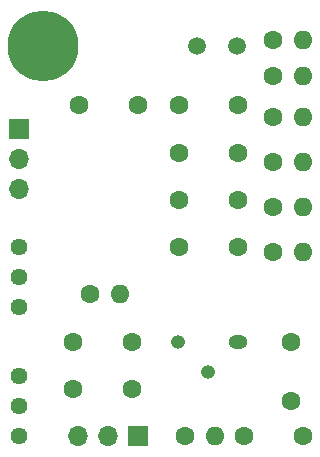
<source format=gts>
%TF.GenerationSoftware,KiCad,Pcbnew,8.0.5*%
%TF.CreationDate,2024-10-26T00:27:54+08:00*%
%TF.ProjectId,BISS0001_SOP-16_TH,42495353-3030-4303-915f-534f502d3136,rev?*%
%TF.SameCoordinates,Original*%
%TF.FileFunction,Soldermask,Top*%
%TF.FilePolarity,Negative*%
%FSLAX46Y46*%
G04 Gerber Fmt 4.6, Leading zero omitted, Abs format (unit mm)*
G04 Created by KiCad (PCBNEW 8.0.5) date 2024-10-26 00:27:54*
%MOMM*%
%LPD*%
G01*
G04 APERTURE LIST*
%ADD10C,6.000000*%
%ADD11O,1.600000X1.200000*%
%ADD12O,1.200000X1.200000*%
%ADD13C,1.500000*%
%ADD14C,1.600000*%
%ADD15O,1.600000X1.600000*%
%ADD16C,1.440000*%
%ADD17R,1.700000X1.700000*%
%ADD18O,1.700000X1.700000*%
G04 APERTURE END LIST*
D10*
%TO.C,H2*%
X80000000Y-70000000D03*
%TD*%
D11*
%TO.C,S1*%
X96500000Y-95000000D03*
D12*
X93960000Y-97540000D03*
X91420000Y-95000000D03*
%TD*%
D13*
%TO.C,R9*%
X93020000Y-70000000D03*
X96420000Y-70000000D03*
%TD*%
D14*
%TO.C,R8*%
X99500000Y-72500000D03*
D15*
X102040000Y-72500000D03*
%TD*%
D14*
%TO.C,R7*%
X99500000Y-87400000D03*
D15*
X102040000Y-87400000D03*
%TD*%
D14*
%TO.C,R6*%
X92000000Y-103000000D03*
D15*
X94540000Y-103000000D03*
%TD*%
D14*
%TO.C,R5*%
X84000000Y-91000000D03*
D15*
X86540000Y-91000000D03*
%TD*%
D14*
%TO.C,R4*%
X99500000Y-69500000D03*
D15*
X102040000Y-69500000D03*
%TD*%
%TO.C,R3*%
X102040000Y-83600000D03*
D14*
X99500000Y-83600000D03*
%TD*%
%TO.C,R2*%
X99500000Y-79800000D03*
D15*
X102040000Y-79800000D03*
%TD*%
D14*
%TO.C,R1*%
X99500000Y-76000000D03*
D15*
X102040000Y-76000000D03*
%TD*%
D16*
%TO.C,PR2*%
X78000000Y-87000000D03*
X78000000Y-89540000D03*
X78000000Y-92080000D03*
%TD*%
%TO.C,PR1*%
X78000000Y-103000000D03*
X78000000Y-100460000D03*
X78000000Y-97920000D03*
%TD*%
D17*
%TO.C,H3*%
X78000000Y-77000000D03*
D18*
X78000000Y-79540000D03*
X78000000Y-82080000D03*
%TD*%
D17*
%TO.C,H1*%
X88000000Y-103000000D03*
D18*
X85460000Y-103000000D03*
X82920000Y-103000000D03*
%TD*%
D14*
%TO.C,C12*%
X91500000Y-87000000D03*
X96500000Y-87000000D03*
%TD*%
%TO.C,C11*%
X82500000Y-95000000D03*
X87500000Y-95000000D03*
%TD*%
%TO.C,C10*%
X102000000Y-103000000D03*
X97000000Y-103000000D03*
%TD*%
%TO.C,C9*%
X88000000Y-75000000D03*
X83000000Y-75000000D03*
%TD*%
%TO.C,C6*%
X82500000Y-99000000D03*
X87500000Y-99000000D03*
%TD*%
%TO.C,C5*%
X101000000Y-100000000D03*
X101000000Y-95000000D03*
%TD*%
%TO.C,C3*%
X91500000Y-83000000D03*
X96500000Y-83000000D03*
%TD*%
%TO.C,C2*%
X91500000Y-79000000D03*
X96500000Y-79000000D03*
%TD*%
%TO.C,C1*%
X91500000Y-75000000D03*
X96500000Y-75000000D03*
%TD*%
M02*

</source>
